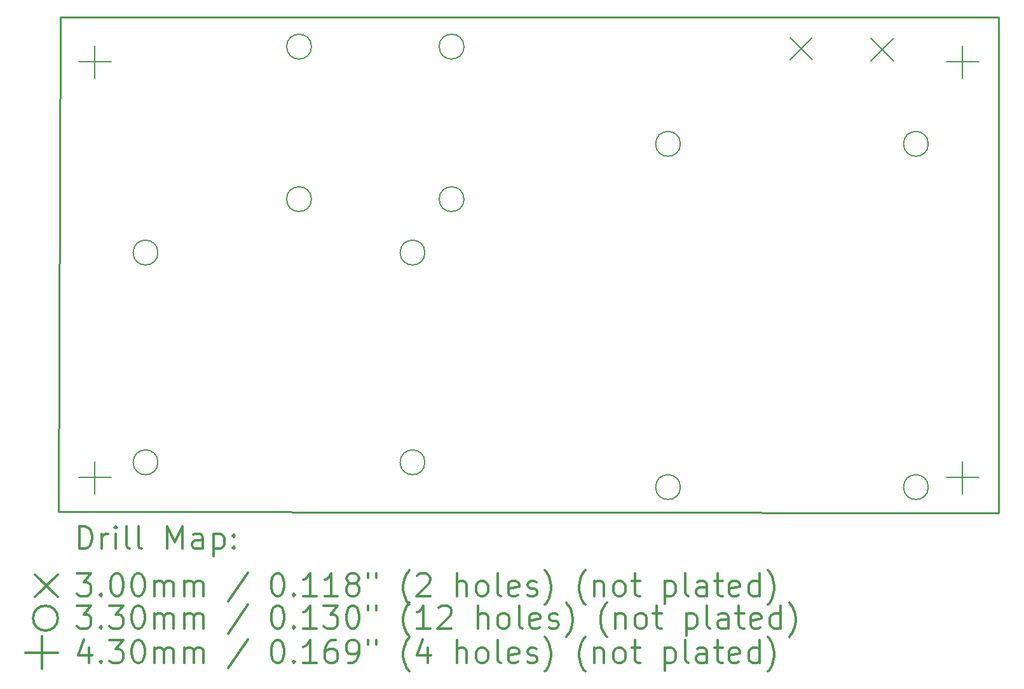
<source format=gbr>
%FSLAX45Y45*%
G04 Gerber Fmt 4.5, Leading zero omitted, Abs format (unit mm)*
G04 Created by KiCad (PCBNEW (5.1.6)-1) date 2022-02-17 17:55:12*
%MOMM*%
%LPD*%
G01*
G04 APERTURE LIST*
%TA.AperFunction,Profile*%
%ADD10C,0.254000*%
%TD*%
%ADD11C,0.200000*%
%ADD12C,0.300000*%
G04 APERTURE END LIST*
D10*
X4699000Y-11214100D02*
X4724400Y-4622800D01*
X17221200Y-11226800D02*
X4699000Y-11214100D01*
X17221200Y-4622800D02*
X17221200Y-11226800D01*
X4724400Y-4622800D02*
X17221200Y-4622800D01*
D11*
X14439900Y-4891700D02*
X14739900Y-5191700D01*
X14739900Y-4891700D02*
X14439900Y-5191700D01*
X15519400Y-4904400D02*
X15819400Y-5204400D01*
X15819400Y-4904400D02*
X15519400Y-5204400D01*
X16281400Y-10883900D02*
G75*
G03*
X16281400Y-10883900I-165100J0D01*
G01*
X12979400Y-6311900D02*
G75*
G03*
X12979400Y-6311900I-165100J0D01*
G01*
X12979400Y-10883900D02*
G75*
G03*
X12979400Y-10883900I-165100J0D01*
G01*
X16281400Y-6311900D02*
G75*
G03*
X16281400Y-6311900I-165100J0D01*
G01*
X8064500Y-5016500D02*
G75*
G03*
X8064500Y-5016500I-165100J0D01*
G01*
X6019800Y-7759700D02*
G75*
G03*
X6019800Y-7759700I-165100J0D01*
G01*
X10096500Y-7048500D02*
G75*
G03*
X10096500Y-7048500I-165100J0D01*
G01*
X9575800Y-7759700D02*
G75*
G03*
X9575800Y-7759700I-165100J0D01*
G01*
X6019800Y-10553700D02*
G75*
G03*
X6019800Y-10553700I-165100J0D01*
G01*
X10096500Y-5016500D02*
G75*
G03*
X10096500Y-5016500I-165100J0D01*
G01*
X8064500Y-7048500D02*
G75*
G03*
X8064500Y-7048500I-165100J0D01*
G01*
X9575800Y-10553700D02*
G75*
G03*
X9575800Y-10553700I-165100J0D01*
G01*
X16738600Y-5004700D02*
X16738600Y-5434700D01*
X16523600Y-5219700D02*
X16953600Y-5219700D01*
X16738600Y-10541900D02*
X16738600Y-10971900D01*
X16523600Y-10756900D02*
X16953600Y-10756900D01*
X5181600Y-10541900D02*
X5181600Y-10971900D01*
X4966600Y-10756900D02*
X5396600Y-10756900D01*
X5181600Y-5004700D02*
X5181600Y-5434700D01*
X4966600Y-5219700D02*
X5396600Y-5219700D01*
D12*
X4972728Y-11705214D02*
X4972728Y-11405214D01*
X5044157Y-11405214D01*
X5087014Y-11419500D01*
X5115586Y-11448071D01*
X5129871Y-11476643D01*
X5144157Y-11533786D01*
X5144157Y-11576643D01*
X5129871Y-11633786D01*
X5115586Y-11662357D01*
X5087014Y-11690929D01*
X5044157Y-11705214D01*
X4972728Y-11705214D01*
X5272728Y-11705214D02*
X5272728Y-11505214D01*
X5272728Y-11562357D02*
X5287014Y-11533786D01*
X5301300Y-11519500D01*
X5329871Y-11505214D01*
X5358443Y-11505214D01*
X5458443Y-11705214D02*
X5458443Y-11505214D01*
X5458443Y-11405214D02*
X5444157Y-11419500D01*
X5458443Y-11433786D01*
X5472728Y-11419500D01*
X5458443Y-11405214D01*
X5458443Y-11433786D01*
X5644157Y-11705214D02*
X5615586Y-11690929D01*
X5601300Y-11662357D01*
X5601300Y-11405214D01*
X5801300Y-11705214D02*
X5772728Y-11690929D01*
X5758443Y-11662357D01*
X5758443Y-11405214D01*
X6144157Y-11705214D02*
X6144157Y-11405214D01*
X6244157Y-11619500D01*
X6344157Y-11405214D01*
X6344157Y-11705214D01*
X6615586Y-11705214D02*
X6615586Y-11548071D01*
X6601300Y-11519500D01*
X6572728Y-11505214D01*
X6515586Y-11505214D01*
X6487014Y-11519500D01*
X6615586Y-11690929D02*
X6587014Y-11705214D01*
X6515586Y-11705214D01*
X6487014Y-11690929D01*
X6472728Y-11662357D01*
X6472728Y-11633786D01*
X6487014Y-11605214D01*
X6515586Y-11590929D01*
X6587014Y-11590929D01*
X6615586Y-11576643D01*
X6758443Y-11505214D02*
X6758443Y-11805214D01*
X6758443Y-11519500D02*
X6787014Y-11505214D01*
X6844157Y-11505214D01*
X6872728Y-11519500D01*
X6887014Y-11533786D01*
X6901300Y-11562357D01*
X6901300Y-11648071D01*
X6887014Y-11676643D01*
X6872728Y-11690929D01*
X6844157Y-11705214D01*
X6787014Y-11705214D01*
X6758443Y-11690929D01*
X7029871Y-11676643D02*
X7044157Y-11690929D01*
X7029871Y-11705214D01*
X7015586Y-11690929D01*
X7029871Y-11676643D01*
X7029871Y-11705214D01*
X7029871Y-11519500D02*
X7044157Y-11533786D01*
X7029871Y-11548071D01*
X7015586Y-11533786D01*
X7029871Y-11519500D01*
X7029871Y-11548071D01*
X4386300Y-12049500D02*
X4686300Y-12349500D01*
X4686300Y-12049500D02*
X4386300Y-12349500D01*
X4944157Y-12035214D02*
X5129871Y-12035214D01*
X5029871Y-12149500D01*
X5072728Y-12149500D01*
X5101300Y-12163786D01*
X5115586Y-12178071D01*
X5129871Y-12206643D01*
X5129871Y-12278071D01*
X5115586Y-12306643D01*
X5101300Y-12320929D01*
X5072728Y-12335214D01*
X4987014Y-12335214D01*
X4958443Y-12320929D01*
X4944157Y-12306643D01*
X5258443Y-12306643D02*
X5272728Y-12320929D01*
X5258443Y-12335214D01*
X5244157Y-12320929D01*
X5258443Y-12306643D01*
X5258443Y-12335214D01*
X5458443Y-12035214D02*
X5487014Y-12035214D01*
X5515586Y-12049500D01*
X5529871Y-12063786D01*
X5544157Y-12092357D01*
X5558443Y-12149500D01*
X5558443Y-12220929D01*
X5544157Y-12278071D01*
X5529871Y-12306643D01*
X5515586Y-12320929D01*
X5487014Y-12335214D01*
X5458443Y-12335214D01*
X5429871Y-12320929D01*
X5415586Y-12306643D01*
X5401300Y-12278071D01*
X5387014Y-12220929D01*
X5387014Y-12149500D01*
X5401300Y-12092357D01*
X5415586Y-12063786D01*
X5429871Y-12049500D01*
X5458443Y-12035214D01*
X5744157Y-12035214D02*
X5772728Y-12035214D01*
X5801300Y-12049500D01*
X5815586Y-12063786D01*
X5829871Y-12092357D01*
X5844157Y-12149500D01*
X5844157Y-12220929D01*
X5829871Y-12278071D01*
X5815586Y-12306643D01*
X5801300Y-12320929D01*
X5772728Y-12335214D01*
X5744157Y-12335214D01*
X5715586Y-12320929D01*
X5701300Y-12306643D01*
X5687014Y-12278071D01*
X5672728Y-12220929D01*
X5672728Y-12149500D01*
X5687014Y-12092357D01*
X5701300Y-12063786D01*
X5715586Y-12049500D01*
X5744157Y-12035214D01*
X5972728Y-12335214D02*
X5972728Y-12135214D01*
X5972728Y-12163786D02*
X5987014Y-12149500D01*
X6015586Y-12135214D01*
X6058443Y-12135214D01*
X6087014Y-12149500D01*
X6101300Y-12178071D01*
X6101300Y-12335214D01*
X6101300Y-12178071D02*
X6115586Y-12149500D01*
X6144157Y-12135214D01*
X6187014Y-12135214D01*
X6215586Y-12149500D01*
X6229871Y-12178071D01*
X6229871Y-12335214D01*
X6372728Y-12335214D02*
X6372728Y-12135214D01*
X6372728Y-12163786D02*
X6387014Y-12149500D01*
X6415586Y-12135214D01*
X6458443Y-12135214D01*
X6487014Y-12149500D01*
X6501300Y-12178071D01*
X6501300Y-12335214D01*
X6501300Y-12178071D02*
X6515586Y-12149500D01*
X6544157Y-12135214D01*
X6587014Y-12135214D01*
X6615586Y-12149500D01*
X6629871Y-12178071D01*
X6629871Y-12335214D01*
X7215586Y-12020929D02*
X6958443Y-12406643D01*
X7601300Y-12035214D02*
X7629871Y-12035214D01*
X7658443Y-12049500D01*
X7672728Y-12063786D01*
X7687014Y-12092357D01*
X7701300Y-12149500D01*
X7701300Y-12220929D01*
X7687014Y-12278071D01*
X7672728Y-12306643D01*
X7658443Y-12320929D01*
X7629871Y-12335214D01*
X7601300Y-12335214D01*
X7572728Y-12320929D01*
X7558443Y-12306643D01*
X7544157Y-12278071D01*
X7529871Y-12220929D01*
X7529871Y-12149500D01*
X7544157Y-12092357D01*
X7558443Y-12063786D01*
X7572728Y-12049500D01*
X7601300Y-12035214D01*
X7829871Y-12306643D02*
X7844157Y-12320929D01*
X7829871Y-12335214D01*
X7815586Y-12320929D01*
X7829871Y-12306643D01*
X7829871Y-12335214D01*
X8129871Y-12335214D02*
X7958443Y-12335214D01*
X8044157Y-12335214D02*
X8044157Y-12035214D01*
X8015586Y-12078071D01*
X7987014Y-12106643D01*
X7958443Y-12120929D01*
X8415586Y-12335214D02*
X8244157Y-12335214D01*
X8329871Y-12335214D02*
X8329871Y-12035214D01*
X8301300Y-12078071D01*
X8272728Y-12106643D01*
X8244157Y-12120929D01*
X8587014Y-12163786D02*
X8558443Y-12149500D01*
X8544157Y-12135214D01*
X8529871Y-12106643D01*
X8529871Y-12092357D01*
X8544157Y-12063786D01*
X8558443Y-12049500D01*
X8587014Y-12035214D01*
X8644157Y-12035214D01*
X8672728Y-12049500D01*
X8687014Y-12063786D01*
X8701300Y-12092357D01*
X8701300Y-12106643D01*
X8687014Y-12135214D01*
X8672728Y-12149500D01*
X8644157Y-12163786D01*
X8587014Y-12163786D01*
X8558443Y-12178071D01*
X8544157Y-12192357D01*
X8529871Y-12220929D01*
X8529871Y-12278071D01*
X8544157Y-12306643D01*
X8558443Y-12320929D01*
X8587014Y-12335214D01*
X8644157Y-12335214D01*
X8672728Y-12320929D01*
X8687014Y-12306643D01*
X8701300Y-12278071D01*
X8701300Y-12220929D01*
X8687014Y-12192357D01*
X8672728Y-12178071D01*
X8644157Y-12163786D01*
X8815586Y-12035214D02*
X8815586Y-12092357D01*
X8929871Y-12035214D02*
X8929871Y-12092357D01*
X9372728Y-12449500D02*
X9358443Y-12435214D01*
X9329871Y-12392357D01*
X9315586Y-12363786D01*
X9301300Y-12320929D01*
X9287014Y-12249500D01*
X9287014Y-12192357D01*
X9301300Y-12120929D01*
X9315586Y-12078071D01*
X9329871Y-12049500D01*
X9358443Y-12006643D01*
X9372728Y-11992357D01*
X9472728Y-12063786D02*
X9487014Y-12049500D01*
X9515586Y-12035214D01*
X9587014Y-12035214D01*
X9615586Y-12049500D01*
X9629871Y-12063786D01*
X9644157Y-12092357D01*
X9644157Y-12120929D01*
X9629871Y-12163786D01*
X9458443Y-12335214D01*
X9644157Y-12335214D01*
X10001300Y-12335214D02*
X10001300Y-12035214D01*
X10129871Y-12335214D02*
X10129871Y-12178071D01*
X10115586Y-12149500D01*
X10087014Y-12135214D01*
X10044157Y-12135214D01*
X10015586Y-12149500D01*
X10001300Y-12163786D01*
X10315586Y-12335214D02*
X10287014Y-12320929D01*
X10272728Y-12306643D01*
X10258443Y-12278071D01*
X10258443Y-12192357D01*
X10272728Y-12163786D01*
X10287014Y-12149500D01*
X10315586Y-12135214D01*
X10358443Y-12135214D01*
X10387014Y-12149500D01*
X10401300Y-12163786D01*
X10415586Y-12192357D01*
X10415586Y-12278071D01*
X10401300Y-12306643D01*
X10387014Y-12320929D01*
X10358443Y-12335214D01*
X10315586Y-12335214D01*
X10587014Y-12335214D02*
X10558443Y-12320929D01*
X10544157Y-12292357D01*
X10544157Y-12035214D01*
X10815586Y-12320929D02*
X10787014Y-12335214D01*
X10729871Y-12335214D01*
X10701300Y-12320929D01*
X10687014Y-12292357D01*
X10687014Y-12178071D01*
X10701300Y-12149500D01*
X10729871Y-12135214D01*
X10787014Y-12135214D01*
X10815586Y-12149500D01*
X10829871Y-12178071D01*
X10829871Y-12206643D01*
X10687014Y-12235214D01*
X10944157Y-12320929D02*
X10972728Y-12335214D01*
X11029871Y-12335214D01*
X11058443Y-12320929D01*
X11072728Y-12292357D01*
X11072728Y-12278071D01*
X11058443Y-12249500D01*
X11029871Y-12235214D01*
X10987014Y-12235214D01*
X10958443Y-12220929D01*
X10944157Y-12192357D01*
X10944157Y-12178071D01*
X10958443Y-12149500D01*
X10987014Y-12135214D01*
X11029871Y-12135214D01*
X11058443Y-12149500D01*
X11172728Y-12449500D02*
X11187014Y-12435214D01*
X11215586Y-12392357D01*
X11229871Y-12363786D01*
X11244157Y-12320929D01*
X11258443Y-12249500D01*
X11258443Y-12192357D01*
X11244157Y-12120929D01*
X11229871Y-12078071D01*
X11215586Y-12049500D01*
X11187014Y-12006643D01*
X11172728Y-11992357D01*
X11715586Y-12449500D02*
X11701300Y-12435214D01*
X11672728Y-12392357D01*
X11658443Y-12363786D01*
X11644157Y-12320929D01*
X11629871Y-12249500D01*
X11629871Y-12192357D01*
X11644157Y-12120929D01*
X11658443Y-12078071D01*
X11672728Y-12049500D01*
X11701300Y-12006643D01*
X11715586Y-11992357D01*
X11829871Y-12135214D02*
X11829871Y-12335214D01*
X11829871Y-12163786D02*
X11844157Y-12149500D01*
X11872728Y-12135214D01*
X11915586Y-12135214D01*
X11944157Y-12149500D01*
X11958443Y-12178071D01*
X11958443Y-12335214D01*
X12144157Y-12335214D02*
X12115586Y-12320929D01*
X12101300Y-12306643D01*
X12087014Y-12278071D01*
X12087014Y-12192357D01*
X12101300Y-12163786D01*
X12115586Y-12149500D01*
X12144157Y-12135214D01*
X12187014Y-12135214D01*
X12215586Y-12149500D01*
X12229871Y-12163786D01*
X12244157Y-12192357D01*
X12244157Y-12278071D01*
X12229871Y-12306643D01*
X12215586Y-12320929D01*
X12187014Y-12335214D01*
X12144157Y-12335214D01*
X12329871Y-12135214D02*
X12444157Y-12135214D01*
X12372728Y-12035214D02*
X12372728Y-12292357D01*
X12387014Y-12320929D01*
X12415586Y-12335214D01*
X12444157Y-12335214D01*
X12772728Y-12135214D02*
X12772728Y-12435214D01*
X12772728Y-12149500D02*
X12801300Y-12135214D01*
X12858443Y-12135214D01*
X12887014Y-12149500D01*
X12901300Y-12163786D01*
X12915586Y-12192357D01*
X12915586Y-12278071D01*
X12901300Y-12306643D01*
X12887014Y-12320929D01*
X12858443Y-12335214D01*
X12801300Y-12335214D01*
X12772728Y-12320929D01*
X13087014Y-12335214D02*
X13058443Y-12320929D01*
X13044157Y-12292357D01*
X13044157Y-12035214D01*
X13329871Y-12335214D02*
X13329871Y-12178071D01*
X13315586Y-12149500D01*
X13287014Y-12135214D01*
X13229871Y-12135214D01*
X13201300Y-12149500D01*
X13329871Y-12320929D02*
X13301300Y-12335214D01*
X13229871Y-12335214D01*
X13201300Y-12320929D01*
X13187014Y-12292357D01*
X13187014Y-12263786D01*
X13201300Y-12235214D01*
X13229871Y-12220929D01*
X13301300Y-12220929D01*
X13329871Y-12206643D01*
X13429871Y-12135214D02*
X13544157Y-12135214D01*
X13472728Y-12035214D02*
X13472728Y-12292357D01*
X13487014Y-12320929D01*
X13515586Y-12335214D01*
X13544157Y-12335214D01*
X13758443Y-12320929D02*
X13729871Y-12335214D01*
X13672728Y-12335214D01*
X13644157Y-12320929D01*
X13629871Y-12292357D01*
X13629871Y-12178071D01*
X13644157Y-12149500D01*
X13672728Y-12135214D01*
X13729871Y-12135214D01*
X13758443Y-12149500D01*
X13772728Y-12178071D01*
X13772728Y-12206643D01*
X13629871Y-12235214D01*
X14029871Y-12335214D02*
X14029871Y-12035214D01*
X14029871Y-12320929D02*
X14001300Y-12335214D01*
X13944157Y-12335214D01*
X13915586Y-12320929D01*
X13901300Y-12306643D01*
X13887014Y-12278071D01*
X13887014Y-12192357D01*
X13901300Y-12163786D01*
X13915586Y-12149500D01*
X13944157Y-12135214D01*
X14001300Y-12135214D01*
X14029871Y-12149500D01*
X14144157Y-12449500D02*
X14158443Y-12435214D01*
X14187014Y-12392357D01*
X14201300Y-12363786D01*
X14215586Y-12320929D01*
X14229871Y-12249500D01*
X14229871Y-12192357D01*
X14215586Y-12120929D01*
X14201300Y-12078071D01*
X14187014Y-12049500D01*
X14158443Y-12006643D01*
X14144157Y-11992357D01*
X4686300Y-12629500D02*
G75*
G03*
X4686300Y-12629500I-165100J0D01*
G01*
X4944157Y-12465214D02*
X5129871Y-12465214D01*
X5029871Y-12579500D01*
X5072728Y-12579500D01*
X5101300Y-12593786D01*
X5115586Y-12608071D01*
X5129871Y-12636643D01*
X5129871Y-12708071D01*
X5115586Y-12736643D01*
X5101300Y-12750929D01*
X5072728Y-12765214D01*
X4987014Y-12765214D01*
X4958443Y-12750929D01*
X4944157Y-12736643D01*
X5258443Y-12736643D02*
X5272728Y-12750929D01*
X5258443Y-12765214D01*
X5244157Y-12750929D01*
X5258443Y-12736643D01*
X5258443Y-12765214D01*
X5372728Y-12465214D02*
X5558443Y-12465214D01*
X5458443Y-12579500D01*
X5501300Y-12579500D01*
X5529871Y-12593786D01*
X5544157Y-12608071D01*
X5558443Y-12636643D01*
X5558443Y-12708071D01*
X5544157Y-12736643D01*
X5529871Y-12750929D01*
X5501300Y-12765214D01*
X5415586Y-12765214D01*
X5387014Y-12750929D01*
X5372728Y-12736643D01*
X5744157Y-12465214D02*
X5772728Y-12465214D01*
X5801300Y-12479500D01*
X5815586Y-12493786D01*
X5829871Y-12522357D01*
X5844157Y-12579500D01*
X5844157Y-12650929D01*
X5829871Y-12708071D01*
X5815586Y-12736643D01*
X5801300Y-12750929D01*
X5772728Y-12765214D01*
X5744157Y-12765214D01*
X5715586Y-12750929D01*
X5701300Y-12736643D01*
X5687014Y-12708071D01*
X5672728Y-12650929D01*
X5672728Y-12579500D01*
X5687014Y-12522357D01*
X5701300Y-12493786D01*
X5715586Y-12479500D01*
X5744157Y-12465214D01*
X5972728Y-12765214D02*
X5972728Y-12565214D01*
X5972728Y-12593786D02*
X5987014Y-12579500D01*
X6015586Y-12565214D01*
X6058443Y-12565214D01*
X6087014Y-12579500D01*
X6101300Y-12608071D01*
X6101300Y-12765214D01*
X6101300Y-12608071D02*
X6115586Y-12579500D01*
X6144157Y-12565214D01*
X6187014Y-12565214D01*
X6215586Y-12579500D01*
X6229871Y-12608071D01*
X6229871Y-12765214D01*
X6372728Y-12765214D02*
X6372728Y-12565214D01*
X6372728Y-12593786D02*
X6387014Y-12579500D01*
X6415586Y-12565214D01*
X6458443Y-12565214D01*
X6487014Y-12579500D01*
X6501300Y-12608071D01*
X6501300Y-12765214D01*
X6501300Y-12608071D02*
X6515586Y-12579500D01*
X6544157Y-12565214D01*
X6587014Y-12565214D01*
X6615586Y-12579500D01*
X6629871Y-12608071D01*
X6629871Y-12765214D01*
X7215586Y-12450929D02*
X6958443Y-12836643D01*
X7601300Y-12465214D02*
X7629871Y-12465214D01*
X7658443Y-12479500D01*
X7672728Y-12493786D01*
X7687014Y-12522357D01*
X7701300Y-12579500D01*
X7701300Y-12650929D01*
X7687014Y-12708071D01*
X7672728Y-12736643D01*
X7658443Y-12750929D01*
X7629871Y-12765214D01*
X7601300Y-12765214D01*
X7572728Y-12750929D01*
X7558443Y-12736643D01*
X7544157Y-12708071D01*
X7529871Y-12650929D01*
X7529871Y-12579500D01*
X7544157Y-12522357D01*
X7558443Y-12493786D01*
X7572728Y-12479500D01*
X7601300Y-12465214D01*
X7829871Y-12736643D02*
X7844157Y-12750929D01*
X7829871Y-12765214D01*
X7815586Y-12750929D01*
X7829871Y-12736643D01*
X7829871Y-12765214D01*
X8129871Y-12765214D02*
X7958443Y-12765214D01*
X8044157Y-12765214D02*
X8044157Y-12465214D01*
X8015586Y-12508071D01*
X7987014Y-12536643D01*
X7958443Y-12550929D01*
X8229871Y-12465214D02*
X8415586Y-12465214D01*
X8315586Y-12579500D01*
X8358443Y-12579500D01*
X8387014Y-12593786D01*
X8401300Y-12608071D01*
X8415586Y-12636643D01*
X8415586Y-12708071D01*
X8401300Y-12736643D01*
X8387014Y-12750929D01*
X8358443Y-12765214D01*
X8272728Y-12765214D01*
X8244157Y-12750929D01*
X8229871Y-12736643D01*
X8601300Y-12465214D02*
X8629871Y-12465214D01*
X8658443Y-12479500D01*
X8672728Y-12493786D01*
X8687014Y-12522357D01*
X8701300Y-12579500D01*
X8701300Y-12650929D01*
X8687014Y-12708071D01*
X8672728Y-12736643D01*
X8658443Y-12750929D01*
X8629871Y-12765214D01*
X8601300Y-12765214D01*
X8572728Y-12750929D01*
X8558443Y-12736643D01*
X8544157Y-12708071D01*
X8529871Y-12650929D01*
X8529871Y-12579500D01*
X8544157Y-12522357D01*
X8558443Y-12493786D01*
X8572728Y-12479500D01*
X8601300Y-12465214D01*
X8815586Y-12465214D02*
X8815586Y-12522357D01*
X8929871Y-12465214D02*
X8929871Y-12522357D01*
X9372728Y-12879500D02*
X9358443Y-12865214D01*
X9329871Y-12822357D01*
X9315586Y-12793786D01*
X9301300Y-12750929D01*
X9287014Y-12679500D01*
X9287014Y-12622357D01*
X9301300Y-12550929D01*
X9315586Y-12508071D01*
X9329871Y-12479500D01*
X9358443Y-12436643D01*
X9372728Y-12422357D01*
X9644157Y-12765214D02*
X9472728Y-12765214D01*
X9558443Y-12765214D02*
X9558443Y-12465214D01*
X9529871Y-12508071D01*
X9501300Y-12536643D01*
X9472728Y-12550929D01*
X9758443Y-12493786D02*
X9772728Y-12479500D01*
X9801300Y-12465214D01*
X9872728Y-12465214D01*
X9901300Y-12479500D01*
X9915586Y-12493786D01*
X9929871Y-12522357D01*
X9929871Y-12550929D01*
X9915586Y-12593786D01*
X9744157Y-12765214D01*
X9929871Y-12765214D01*
X10287014Y-12765214D02*
X10287014Y-12465214D01*
X10415586Y-12765214D02*
X10415586Y-12608071D01*
X10401300Y-12579500D01*
X10372728Y-12565214D01*
X10329871Y-12565214D01*
X10301300Y-12579500D01*
X10287014Y-12593786D01*
X10601300Y-12765214D02*
X10572728Y-12750929D01*
X10558443Y-12736643D01*
X10544157Y-12708071D01*
X10544157Y-12622357D01*
X10558443Y-12593786D01*
X10572728Y-12579500D01*
X10601300Y-12565214D01*
X10644157Y-12565214D01*
X10672728Y-12579500D01*
X10687014Y-12593786D01*
X10701300Y-12622357D01*
X10701300Y-12708071D01*
X10687014Y-12736643D01*
X10672728Y-12750929D01*
X10644157Y-12765214D01*
X10601300Y-12765214D01*
X10872728Y-12765214D02*
X10844157Y-12750929D01*
X10829871Y-12722357D01*
X10829871Y-12465214D01*
X11101300Y-12750929D02*
X11072728Y-12765214D01*
X11015586Y-12765214D01*
X10987014Y-12750929D01*
X10972728Y-12722357D01*
X10972728Y-12608071D01*
X10987014Y-12579500D01*
X11015586Y-12565214D01*
X11072728Y-12565214D01*
X11101300Y-12579500D01*
X11115586Y-12608071D01*
X11115586Y-12636643D01*
X10972728Y-12665214D01*
X11229871Y-12750929D02*
X11258443Y-12765214D01*
X11315586Y-12765214D01*
X11344157Y-12750929D01*
X11358443Y-12722357D01*
X11358443Y-12708071D01*
X11344157Y-12679500D01*
X11315586Y-12665214D01*
X11272728Y-12665214D01*
X11244157Y-12650929D01*
X11229871Y-12622357D01*
X11229871Y-12608071D01*
X11244157Y-12579500D01*
X11272728Y-12565214D01*
X11315586Y-12565214D01*
X11344157Y-12579500D01*
X11458443Y-12879500D02*
X11472728Y-12865214D01*
X11501300Y-12822357D01*
X11515586Y-12793786D01*
X11529871Y-12750929D01*
X11544157Y-12679500D01*
X11544157Y-12622357D01*
X11529871Y-12550929D01*
X11515586Y-12508071D01*
X11501300Y-12479500D01*
X11472728Y-12436643D01*
X11458443Y-12422357D01*
X12001300Y-12879500D02*
X11987014Y-12865214D01*
X11958443Y-12822357D01*
X11944157Y-12793786D01*
X11929871Y-12750929D01*
X11915586Y-12679500D01*
X11915586Y-12622357D01*
X11929871Y-12550929D01*
X11944157Y-12508071D01*
X11958443Y-12479500D01*
X11987014Y-12436643D01*
X12001300Y-12422357D01*
X12115586Y-12565214D02*
X12115586Y-12765214D01*
X12115586Y-12593786D02*
X12129871Y-12579500D01*
X12158443Y-12565214D01*
X12201300Y-12565214D01*
X12229871Y-12579500D01*
X12244157Y-12608071D01*
X12244157Y-12765214D01*
X12429871Y-12765214D02*
X12401300Y-12750929D01*
X12387014Y-12736643D01*
X12372728Y-12708071D01*
X12372728Y-12622357D01*
X12387014Y-12593786D01*
X12401300Y-12579500D01*
X12429871Y-12565214D01*
X12472728Y-12565214D01*
X12501300Y-12579500D01*
X12515586Y-12593786D01*
X12529871Y-12622357D01*
X12529871Y-12708071D01*
X12515586Y-12736643D01*
X12501300Y-12750929D01*
X12472728Y-12765214D01*
X12429871Y-12765214D01*
X12615586Y-12565214D02*
X12729871Y-12565214D01*
X12658443Y-12465214D02*
X12658443Y-12722357D01*
X12672728Y-12750929D01*
X12701300Y-12765214D01*
X12729871Y-12765214D01*
X13058443Y-12565214D02*
X13058443Y-12865214D01*
X13058443Y-12579500D02*
X13087014Y-12565214D01*
X13144157Y-12565214D01*
X13172728Y-12579500D01*
X13187014Y-12593786D01*
X13201300Y-12622357D01*
X13201300Y-12708071D01*
X13187014Y-12736643D01*
X13172728Y-12750929D01*
X13144157Y-12765214D01*
X13087014Y-12765214D01*
X13058443Y-12750929D01*
X13372728Y-12765214D02*
X13344157Y-12750929D01*
X13329871Y-12722357D01*
X13329871Y-12465214D01*
X13615586Y-12765214D02*
X13615586Y-12608071D01*
X13601300Y-12579500D01*
X13572728Y-12565214D01*
X13515586Y-12565214D01*
X13487014Y-12579500D01*
X13615586Y-12750929D02*
X13587014Y-12765214D01*
X13515586Y-12765214D01*
X13487014Y-12750929D01*
X13472728Y-12722357D01*
X13472728Y-12693786D01*
X13487014Y-12665214D01*
X13515586Y-12650929D01*
X13587014Y-12650929D01*
X13615586Y-12636643D01*
X13715586Y-12565214D02*
X13829871Y-12565214D01*
X13758443Y-12465214D02*
X13758443Y-12722357D01*
X13772728Y-12750929D01*
X13801300Y-12765214D01*
X13829871Y-12765214D01*
X14044157Y-12750929D02*
X14015586Y-12765214D01*
X13958443Y-12765214D01*
X13929871Y-12750929D01*
X13915586Y-12722357D01*
X13915586Y-12608071D01*
X13929871Y-12579500D01*
X13958443Y-12565214D01*
X14015586Y-12565214D01*
X14044157Y-12579500D01*
X14058443Y-12608071D01*
X14058443Y-12636643D01*
X13915586Y-12665214D01*
X14315586Y-12765214D02*
X14315586Y-12465214D01*
X14315586Y-12750929D02*
X14287014Y-12765214D01*
X14229871Y-12765214D01*
X14201300Y-12750929D01*
X14187014Y-12736643D01*
X14172728Y-12708071D01*
X14172728Y-12622357D01*
X14187014Y-12593786D01*
X14201300Y-12579500D01*
X14229871Y-12565214D01*
X14287014Y-12565214D01*
X14315586Y-12579500D01*
X14429871Y-12879500D02*
X14444157Y-12865214D01*
X14472728Y-12822357D01*
X14487014Y-12793786D01*
X14501300Y-12750929D01*
X14515586Y-12679500D01*
X14515586Y-12622357D01*
X14501300Y-12550929D01*
X14487014Y-12508071D01*
X14472728Y-12479500D01*
X14444157Y-12436643D01*
X14429871Y-12422357D01*
X4471300Y-12874700D02*
X4471300Y-13304700D01*
X4256300Y-13089700D02*
X4686300Y-13089700D01*
X5101300Y-13025414D02*
X5101300Y-13225414D01*
X5029871Y-12911129D02*
X4958443Y-13125414D01*
X5144157Y-13125414D01*
X5258443Y-13196843D02*
X5272728Y-13211129D01*
X5258443Y-13225414D01*
X5244157Y-13211129D01*
X5258443Y-13196843D01*
X5258443Y-13225414D01*
X5372728Y-12925414D02*
X5558443Y-12925414D01*
X5458443Y-13039700D01*
X5501300Y-13039700D01*
X5529871Y-13053986D01*
X5544157Y-13068271D01*
X5558443Y-13096843D01*
X5558443Y-13168271D01*
X5544157Y-13196843D01*
X5529871Y-13211129D01*
X5501300Y-13225414D01*
X5415586Y-13225414D01*
X5387014Y-13211129D01*
X5372728Y-13196843D01*
X5744157Y-12925414D02*
X5772728Y-12925414D01*
X5801300Y-12939700D01*
X5815586Y-12953986D01*
X5829871Y-12982557D01*
X5844157Y-13039700D01*
X5844157Y-13111129D01*
X5829871Y-13168271D01*
X5815586Y-13196843D01*
X5801300Y-13211129D01*
X5772728Y-13225414D01*
X5744157Y-13225414D01*
X5715586Y-13211129D01*
X5701300Y-13196843D01*
X5687014Y-13168271D01*
X5672728Y-13111129D01*
X5672728Y-13039700D01*
X5687014Y-12982557D01*
X5701300Y-12953986D01*
X5715586Y-12939700D01*
X5744157Y-12925414D01*
X5972728Y-13225414D02*
X5972728Y-13025414D01*
X5972728Y-13053986D02*
X5987014Y-13039700D01*
X6015586Y-13025414D01*
X6058443Y-13025414D01*
X6087014Y-13039700D01*
X6101300Y-13068271D01*
X6101300Y-13225414D01*
X6101300Y-13068271D02*
X6115586Y-13039700D01*
X6144157Y-13025414D01*
X6187014Y-13025414D01*
X6215586Y-13039700D01*
X6229871Y-13068271D01*
X6229871Y-13225414D01*
X6372728Y-13225414D02*
X6372728Y-13025414D01*
X6372728Y-13053986D02*
X6387014Y-13039700D01*
X6415586Y-13025414D01*
X6458443Y-13025414D01*
X6487014Y-13039700D01*
X6501300Y-13068271D01*
X6501300Y-13225414D01*
X6501300Y-13068271D02*
X6515586Y-13039700D01*
X6544157Y-13025414D01*
X6587014Y-13025414D01*
X6615586Y-13039700D01*
X6629871Y-13068271D01*
X6629871Y-13225414D01*
X7215586Y-12911129D02*
X6958443Y-13296843D01*
X7601300Y-12925414D02*
X7629871Y-12925414D01*
X7658443Y-12939700D01*
X7672728Y-12953986D01*
X7687014Y-12982557D01*
X7701300Y-13039700D01*
X7701300Y-13111129D01*
X7687014Y-13168271D01*
X7672728Y-13196843D01*
X7658443Y-13211129D01*
X7629871Y-13225414D01*
X7601300Y-13225414D01*
X7572728Y-13211129D01*
X7558443Y-13196843D01*
X7544157Y-13168271D01*
X7529871Y-13111129D01*
X7529871Y-13039700D01*
X7544157Y-12982557D01*
X7558443Y-12953986D01*
X7572728Y-12939700D01*
X7601300Y-12925414D01*
X7829871Y-13196843D02*
X7844157Y-13211129D01*
X7829871Y-13225414D01*
X7815586Y-13211129D01*
X7829871Y-13196843D01*
X7829871Y-13225414D01*
X8129871Y-13225414D02*
X7958443Y-13225414D01*
X8044157Y-13225414D02*
X8044157Y-12925414D01*
X8015586Y-12968271D01*
X7987014Y-12996843D01*
X7958443Y-13011129D01*
X8387014Y-12925414D02*
X8329871Y-12925414D01*
X8301300Y-12939700D01*
X8287014Y-12953986D01*
X8258443Y-12996843D01*
X8244157Y-13053986D01*
X8244157Y-13168271D01*
X8258443Y-13196843D01*
X8272728Y-13211129D01*
X8301300Y-13225414D01*
X8358443Y-13225414D01*
X8387014Y-13211129D01*
X8401300Y-13196843D01*
X8415586Y-13168271D01*
X8415586Y-13096843D01*
X8401300Y-13068271D01*
X8387014Y-13053986D01*
X8358443Y-13039700D01*
X8301300Y-13039700D01*
X8272728Y-13053986D01*
X8258443Y-13068271D01*
X8244157Y-13096843D01*
X8558443Y-13225414D02*
X8615586Y-13225414D01*
X8644157Y-13211129D01*
X8658443Y-13196843D01*
X8687014Y-13153986D01*
X8701300Y-13096843D01*
X8701300Y-12982557D01*
X8687014Y-12953986D01*
X8672728Y-12939700D01*
X8644157Y-12925414D01*
X8587014Y-12925414D01*
X8558443Y-12939700D01*
X8544157Y-12953986D01*
X8529871Y-12982557D01*
X8529871Y-13053986D01*
X8544157Y-13082557D01*
X8558443Y-13096843D01*
X8587014Y-13111129D01*
X8644157Y-13111129D01*
X8672728Y-13096843D01*
X8687014Y-13082557D01*
X8701300Y-13053986D01*
X8815586Y-12925414D02*
X8815586Y-12982557D01*
X8929871Y-12925414D02*
X8929871Y-12982557D01*
X9372728Y-13339700D02*
X9358443Y-13325414D01*
X9329871Y-13282557D01*
X9315586Y-13253986D01*
X9301300Y-13211129D01*
X9287014Y-13139700D01*
X9287014Y-13082557D01*
X9301300Y-13011129D01*
X9315586Y-12968271D01*
X9329871Y-12939700D01*
X9358443Y-12896843D01*
X9372728Y-12882557D01*
X9615586Y-13025414D02*
X9615586Y-13225414D01*
X9544157Y-12911129D02*
X9472728Y-13125414D01*
X9658443Y-13125414D01*
X10001300Y-13225414D02*
X10001300Y-12925414D01*
X10129871Y-13225414D02*
X10129871Y-13068271D01*
X10115586Y-13039700D01*
X10087014Y-13025414D01*
X10044157Y-13025414D01*
X10015586Y-13039700D01*
X10001300Y-13053986D01*
X10315586Y-13225414D02*
X10287014Y-13211129D01*
X10272728Y-13196843D01*
X10258443Y-13168271D01*
X10258443Y-13082557D01*
X10272728Y-13053986D01*
X10287014Y-13039700D01*
X10315586Y-13025414D01*
X10358443Y-13025414D01*
X10387014Y-13039700D01*
X10401300Y-13053986D01*
X10415586Y-13082557D01*
X10415586Y-13168271D01*
X10401300Y-13196843D01*
X10387014Y-13211129D01*
X10358443Y-13225414D01*
X10315586Y-13225414D01*
X10587014Y-13225414D02*
X10558443Y-13211129D01*
X10544157Y-13182557D01*
X10544157Y-12925414D01*
X10815586Y-13211129D02*
X10787014Y-13225414D01*
X10729871Y-13225414D01*
X10701300Y-13211129D01*
X10687014Y-13182557D01*
X10687014Y-13068271D01*
X10701300Y-13039700D01*
X10729871Y-13025414D01*
X10787014Y-13025414D01*
X10815586Y-13039700D01*
X10829871Y-13068271D01*
X10829871Y-13096843D01*
X10687014Y-13125414D01*
X10944157Y-13211129D02*
X10972728Y-13225414D01*
X11029871Y-13225414D01*
X11058443Y-13211129D01*
X11072728Y-13182557D01*
X11072728Y-13168271D01*
X11058443Y-13139700D01*
X11029871Y-13125414D01*
X10987014Y-13125414D01*
X10958443Y-13111129D01*
X10944157Y-13082557D01*
X10944157Y-13068271D01*
X10958443Y-13039700D01*
X10987014Y-13025414D01*
X11029871Y-13025414D01*
X11058443Y-13039700D01*
X11172728Y-13339700D02*
X11187014Y-13325414D01*
X11215586Y-13282557D01*
X11229871Y-13253986D01*
X11244157Y-13211129D01*
X11258443Y-13139700D01*
X11258443Y-13082557D01*
X11244157Y-13011129D01*
X11229871Y-12968271D01*
X11215586Y-12939700D01*
X11187014Y-12896843D01*
X11172728Y-12882557D01*
X11715586Y-13339700D02*
X11701300Y-13325414D01*
X11672728Y-13282557D01*
X11658443Y-13253986D01*
X11644157Y-13211129D01*
X11629871Y-13139700D01*
X11629871Y-13082557D01*
X11644157Y-13011129D01*
X11658443Y-12968271D01*
X11672728Y-12939700D01*
X11701300Y-12896843D01*
X11715586Y-12882557D01*
X11829871Y-13025414D02*
X11829871Y-13225414D01*
X11829871Y-13053986D02*
X11844157Y-13039700D01*
X11872728Y-13025414D01*
X11915586Y-13025414D01*
X11944157Y-13039700D01*
X11958443Y-13068271D01*
X11958443Y-13225414D01*
X12144157Y-13225414D02*
X12115586Y-13211129D01*
X12101300Y-13196843D01*
X12087014Y-13168271D01*
X12087014Y-13082557D01*
X12101300Y-13053986D01*
X12115586Y-13039700D01*
X12144157Y-13025414D01*
X12187014Y-13025414D01*
X12215586Y-13039700D01*
X12229871Y-13053986D01*
X12244157Y-13082557D01*
X12244157Y-13168271D01*
X12229871Y-13196843D01*
X12215586Y-13211129D01*
X12187014Y-13225414D01*
X12144157Y-13225414D01*
X12329871Y-13025414D02*
X12444157Y-13025414D01*
X12372728Y-12925414D02*
X12372728Y-13182557D01*
X12387014Y-13211129D01*
X12415586Y-13225414D01*
X12444157Y-13225414D01*
X12772728Y-13025414D02*
X12772728Y-13325414D01*
X12772728Y-13039700D02*
X12801300Y-13025414D01*
X12858443Y-13025414D01*
X12887014Y-13039700D01*
X12901300Y-13053986D01*
X12915586Y-13082557D01*
X12915586Y-13168271D01*
X12901300Y-13196843D01*
X12887014Y-13211129D01*
X12858443Y-13225414D01*
X12801300Y-13225414D01*
X12772728Y-13211129D01*
X13087014Y-13225414D02*
X13058443Y-13211129D01*
X13044157Y-13182557D01*
X13044157Y-12925414D01*
X13329871Y-13225414D02*
X13329871Y-13068271D01*
X13315586Y-13039700D01*
X13287014Y-13025414D01*
X13229871Y-13025414D01*
X13201300Y-13039700D01*
X13329871Y-13211129D02*
X13301300Y-13225414D01*
X13229871Y-13225414D01*
X13201300Y-13211129D01*
X13187014Y-13182557D01*
X13187014Y-13153986D01*
X13201300Y-13125414D01*
X13229871Y-13111129D01*
X13301300Y-13111129D01*
X13329871Y-13096843D01*
X13429871Y-13025414D02*
X13544157Y-13025414D01*
X13472728Y-12925414D02*
X13472728Y-13182557D01*
X13487014Y-13211129D01*
X13515586Y-13225414D01*
X13544157Y-13225414D01*
X13758443Y-13211129D02*
X13729871Y-13225414D01*
X13672728Y-13225414D01*
X13644157Y-13211129D01*
X13629871Y-13182557D01*
X13629871Y-13068271D01*
X13644157Y-13039700D01*
X13672728Y-13025414D01*
X13729871Y-13025414D01*
X13758443Y-13039700D01*
X13772728Y-13068271D01*
X13772728Y-13096843D01*
X13629871Y-13125414D01*
X14029871Y-13225414D02*
X14029871Y-12925414D01*
X14029871Y-13211129D02*
X14001300Y-13225414D01*
X13944157Y-13225414D01*
X13915586Y-13211129D01*
X13901300Y-13196843D01*
X13887014Y-13168271D01*
X13887014Y-13082557D01*
X13901300Y-13053986D01*
X13915586Y-13039700D01*
X13944157Y-13025414D01*
X14001300Y-13025414D01*
X14029871Y-13039700D01*
X14144157Y-13339700D02*
X14158443Y-13325414D01*
X14187014Y-13282557D01*
X14201300Y-13253986D01*
X14215586Y-13211129D01*
X14229871Y-13139700D01*
X14229871Y-13082557D01*
X14215586Y-13011129D01*
X14201300Y-12968271D01*
X14187014Y-12939700D01*
X14158443Y-12896843D01*
X14144157Y-12882557D01*
M02*

</source>
